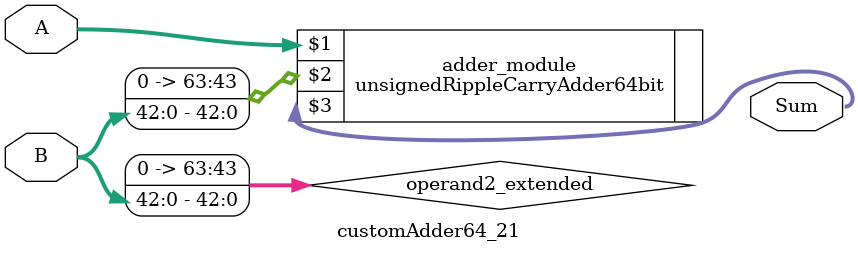
<source format=v>
module customAdder64_21(
                        input [63 : 0] A,
                        input [42 : 0] B,
                        
                        output [64 : 0] Sum
                );

        wire [63 : 0] operand2_extended;
        
        assign operand2_extended =  {21'b0, B};
        
        unsignedRippleCarryAdder64bit adder_module(
            A,
            operand2_extended,
            Sum
        );
        
        endmodule
        
</source>
